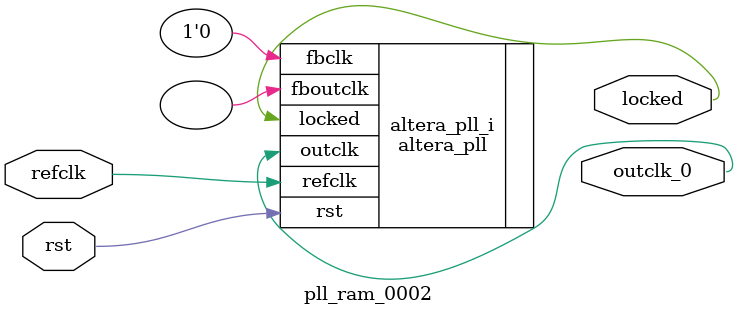
<source format=v>
`timescale 1ns/10ps
module  pll_ram_0002(

	// interface 'refclk'
	input wire refclk,

	// interface 'reset'
	input wire rst,

	// interface 'outclk0'
	output wire outclk_0,

	// interface 'locked'
	output wire locked
);

	altera_pll #(
		.fractional_vco_multiplier("false"),
		.reference_clock_frequency("50.0 MHz"),
		.operation_mode("direct"),
		.number_of_clocks(1),
		.output_clock_frequency0("100.000000 MHz"),
		.phase_shift0("0 ps"),
		.duty_cycle0(50),
		.output_clock_frequency1("0 MHz"),
		.phase_shift1("0 ps"),
		.duty_cycle1(50),
		.output_clock_frequency2("0 MHz"),
		.phase_shift2("0 ps"),
		.duty_cycle2(50),
		.output_clock_frequency3("0 MHz"),
		.phase_shift3("0 ps"),
		.duty_cycle3(50),
		.output_clock_frequency4("0 MHz"),
		.phase_shift4("0 ps"),
		.duty_cycle4(50),
		.output_clock_frequency5("0 MHz"),
		.phase_shift5("0 ps"),
		.duty_cycle5(50),
		.output_clock_frequency6("0 MHz"),
		.phase_shift6("0 ps"),
		.duty_cycle6(50),
		.output_clock_frequency7("0 MHz"),
		.phase_shift7("0 ps"),
		.duty_cycle7(50),
		.output_clock_frequency8("0 MHz"),
		.phase_shift8("0 ps"),
		.duty_cycle8(50),
		.output_clock_frequency9("0 MHz"),
		.phase_shift9("0 ps"),
		.duty_cycle9(50),
		.output_clock_frequency10("0 MHz"),
		.phase_shift10("0 ps"),
		.duty_cycle10(50),
		.output_clock_frequency11("0 MHz"),
		.phase_shift11("0 ps"),
		.duty_cycle11(50),
		.output_clock_frequency12("0 MHz"),
		.phase_shift12("0 ps"),
		.duty_cycle12(50),
		.output_clock_frequency13("0 MHz"),
		.phase_shift13("0 ps"),
		.duty_cycle13(50),
		.output_clock_frequency14("0 MHz"),
		.phase_shift14("0 ps"),
		.duty_cycle14(50),
		.output_clock_frequency15("0 MHz"),
		.phase_shift15("0 ps"),
		.duty_cycle15(50),
		.output_clock_frequency16("0 MHz"),
		.phase_shift16("0 ps"),
		.duty_cycle16(50),
		.output_clock_frequency17("0 MHz"),
		.phase_shift17("0 ps"),
		.duty_cycle17(50),
		.pll_type("General"),
		.pll_subtype("General")
	) altera_pll_i (
		.rst	(rst),
		.outclk	({outclk_0}),
		.locked	(locked),
		.fboutclk	( ),
		.fbclk	(1'b0),
		.refclk	(refclk)
	);
endmodule


</source>
